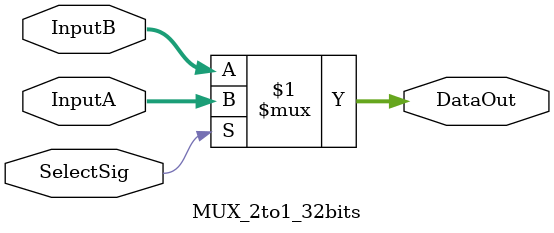
<source format=v>
`timescale 1ns / 1ps


module MUX_2to1_32bits(
    input SelectSig,
    input[31:0] InputA,
    input[31:0] InputB,
    output[31:0] DataOut
    );    
    assign DataOut = SelectSig ? InputA : InputB;    
endmodule

</source>
